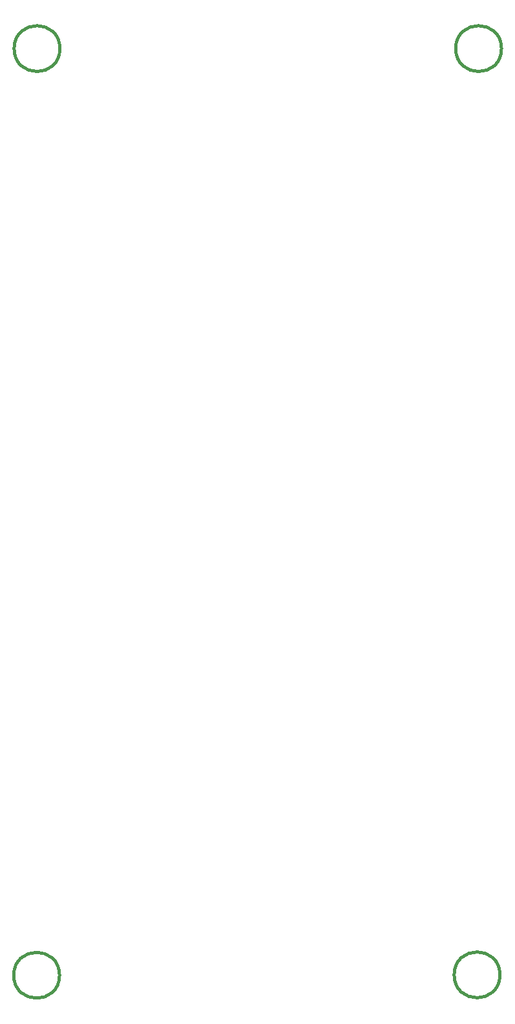
<source format=gbr>
G04 #@! TF.FileFunction,Other,Comment*
%FSLAX46Y46*%
G04 Gerber Fmt 4.6, Leading zero omitted, Abs format (unit mm)*
G04 Created by KiCad (PCBNEW 0.201511171411+6319~30~ubuntu15.04.1-product) date Wed 18 Nov 2015 02:30:17 PM CET*
%MOMM*%
G01*
G04 APERTURE LIST*
%ADD10C,0.100000*%
%ADD11C,0.381000*%
G04 APERTURE END LIST*
D10*
D11*
X172291000Y-30683200D02*
G75*
G03X172291000Y-30683200I-3000000J0D01*
G01*
X114429800Y-30683200D02*
G75*
G03X114429800Y-30683200I-3000000J0D01*
G01*
X114379000Y-152044400D02*
G75*
G03X114379000Y-152044400I-3000000J0D01*
G01*
X172087800Y-151993600D02*
G75*
G03X172087800Y-151993600I-3000000J0D01*
G01*
M02*

</source>
